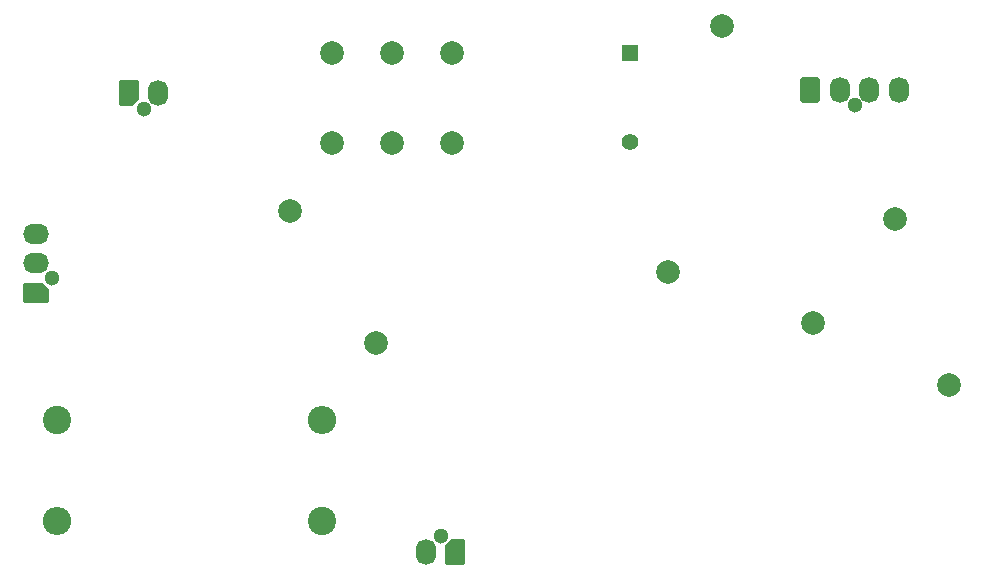
<source format=gbr>
%TF.GenerationSoftware,KiCad,Pcbnew,8.0.5*%
%TF.CreationDate,2025-05-02T16:49:58-07:00*%
%TF.ProjectId,Discharge,44697363-6861-4726-9765-2e6b69636164,rev?*%
%TF.SameCoordinates,Original*%
%TF.FileFunction,Soldermask,Bot*%
%TF.FilePolarity,Negative*%
%FSLAX46Y46*%
G04 Gerber Fmt 4.6, Leading zero omitted, Abs format (unit mm)*
G04 Created by KiCad (PCBNEW 8.0.5) date 2025-05-02 16:49:58*
%MOMM*%
%LPD*%
G01*
G04 APERTURE LIST*
G04 Aperture macros list*
%AMRoundRect*
0 Rectangle with rounded corners*
0 $1 Rounding radius*
0 $2 $3 $4 $5 $6 $7 $8 $9 X,Y pos of 4 corners*
0 Add a 4 corners polygon primitive as box body*
4,1,4,$2,$3,$4,$5,$6,$7,$8,$9,$2,$3,0*
0 Add four circle primitives for the rounded corners*
1,1,$1+$1,$2,$3*
1,1,$1+$1,$4,$5*
1,1,$1+$1,$6,$7*
1,1,$1+$1,$8,$9*
0 Add four rect primitives between the rounded corners*
20,1,$1+$1,$2,$3,$4,$5,0*
20,1,$1+$1,$4,$5,$6,$7,0*
20,1,$1+$1,$6,$7,$8,$9,0*
20,1,$1+$1,$8,$9,$2,$3,0*%
%AMFreePoly0*
4,1,22,0.945671,0.830970,1.026777,0.776777,1.080970,0.695671,1.100000,0.600000,1.100000,-0.600000,1.080970,-0.695671,1.026777,-0.776777,0.945671,-0.830970,0.850000,-0.850000,-0.450000,-0.850000,-0.545671,-0.830970,-0.626777,-0.776777,-1.026777,-0.376777,-1.080970,-0.295671,-1.100000,-0.200000,-1.100000,0.600000,-1.080970,0.695671,-1.026777,0.776777,-0.945671,0.830970,-0.850000,0.850000,
0.850000,0.850000,0.945671,0.830970,0.945671,0.830970,$1*%
G04 Aperture macros list end*
%ADD10C,2.400000*%
%ADD11O,2.400000X2.400000*%
%ADD12C,2.000000*%
%ADD13C,1.300000*%
%ADD14RoundRect,0.250000X0.600000X-0.850000X0.600000X0.850000X-0.600000X0.850000X-0.600000X-0.850000X0*%
%ADD15O,1.700000X2.200000*%
%ADD16FreePoly0,90.000000*%
%ADD17FreePoly0,180.000000*%
%ADD18O,2.200000X1.700000*%
%ADD19R,1.400000X1.400000*%
%ADD20C,1.400000*%
%ADD21FreePoly0,270.000000*%
G04 APERTURE END LIST*
D10*
%TO.C,R2*%
X137170498Y-111187843D03*
D11*
X114770498Y-111187843D03*
%TD*%
D12*
%TO.C,TP1*%
X171043600Y-69291200D03*
%TD*%
D13*
%TO.C,J3*%
X182270400Y-76033800D03*
D14*
X178520400Y-74693800D03*
D15*
X181020400Y-74693800D03*
X183520400Y-74693800D03*
X186020400Y-74693800D03*
%TD*%
D13*
%TO.C,J4*%
X122072400Y-76313200D03*
D16*
X120822400Y-74973200D03*
D15*
X123322400Y-74973200D03*
%TD*%
D10*
%TO.C,R4*%
X114770498Y-102687843D03*
D11*
X137170498Y-102687843D03*
%TD*%
D12*
%TO.C,TP2*%
X178739800Y-94437200D03*
%TD*%
D13*
%TO.C,J1*%
X114337000Y-90658000D03*
D17*
X112997000Y-91908000D03*
D18*
X112997000Y-89408000D03*
X112997000Y-86908000D03*
%TD*%
D19*
%TO.C,K1*%
X163240498Y-71567843D03*
D12*
X148220498Y-71567843D03*
X143140498Y-71567843D03*
X138060498Y-71567843D03*
X138060498Y-79187843D03*
X143140498Y-79187843D03*
X148220498Y-79187843D03*
D20*
X163240498Y-79167843D03*
%TD*%
D12*
%TO.C,TP6*%
X134470498Y-84937843D03*
%TD*%
%TO.C,TP3*%
X185720498Y-85687843D03*
%TD*%
%TO.C,TP4*%
X166497000Y-90170000D03*
%TD*%
D13*
%TO.C,J2*%
X147220498Y-112527843D03*
D21*
X148470498Y-113867843D03*
D15*
X145970498Y-113867843D03*
%TD*%
D12*
%TO.C,TP5*%
X190220498Y-99687843D03*
%TD*%
%TO.C,TP7*%
X141720498Y-96133843D03*
%TD*%
M02*

</source>
